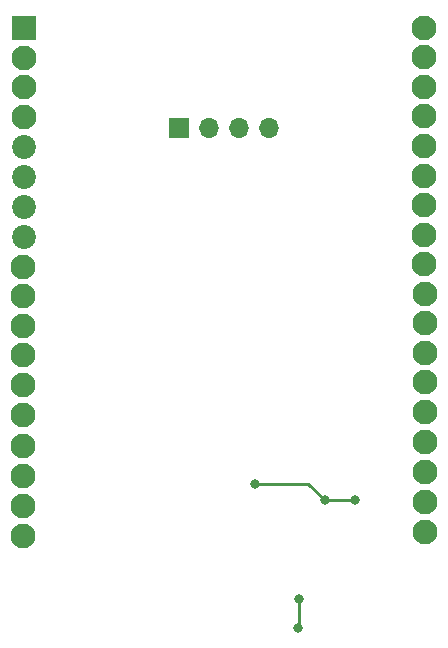
<source format=gbr>
%TF.GenerationSoftware,KiCad,Pcbnew,(6.0.1)*%
%TF.CreationDate,2022-04-28T08:04:20-05:00*%
%TF.ProjectId,AddOnBoard,4164644f-6e42-46f6-9172-642e6b696361,rev?*%
%TF.SameCoordinates,Original*%
%TF.FileFunction,Copper,L2,Bot*%
%TF.FilePolarity,Positive*%
%FSLAX46Y46*%
G04 Gerber Fmt 4.6, Leading zero omitted, Abs format (unit mm)*
G04 Created by KiCad (PCBNEW (6.0.1)) date 2022-04-28 08:04:20*
%MOMM*%
%LPD*%
G01*
G04 APERTURE LIST*
%TA.AperFunction,ComponentPad*%
%ADD10R,1.700000X1.700000*%
%TD*%
%TA.AperFunction,ComponentPad*%
%ADD11O,1.700000X1.700000*%
%TD*%
%TA.AperFunction,ComponentPad*%
%ADD12R,2.100000X2.100000*%
%TD*%
%TA.AperFunction,ComponentPad*%
%ADD13C,2.100000*%
%TD*%
%TA.AperFunction,ComponentPad*%
%ADD14C,2.020000*%
%TD*%
%TA.AperFunction,ViaPad*%
%ADD15C,0.800000*%
%TD*%
%TA.AperFunction,Conductor*%
%ADD16C,0.250000*%
%TD*%
G04 APERTURE END LIST*
D10*
%TO.P,J3,1,Pin_1*%
%TO.N,GND*%
X108204000Y-80518000D03*
D11*
%TO.P,J3,2,Pin_2*%
%TO.N,VCC*%
X110744000Y-80518000D03*
%TO.P,J3,3,Pin_3*%
%TO.N,IO05*%
X113284000Y-80518000D03*
%TO.P,J3,4,Pin_4*%
%TO.N,IO04*%
X115824000Y-80518000D03*
%TD*%
D12*
%TO.P,J1,1,Pin_1*%
%TO.N,VBUS*%
X95046800Y-71985200D03*
D13*
%TO.P,J1,2,Pin_2*%
%TO.N,GND*%
X95046800Y-74525200D03*
%TD*%
%TO.P,J4,1,Pin_1*%
%TO.N,VCC*%
X128955800Y-72002000D03*
%TO.P,J4,2,Pin_2*%
%TO.N,IO01*%
X128955800Y-74502000D03*
%TO.P,J4,3,Pin_3*%
%TO.N,IO02*%
X128955800Y-77002000D03*
%TO.P,J4,4,Pin_4*%
%TO.N,IO03*%
X128955800Y-79502000D03*
%TD*%
%TO.P,J5,1,Pin_1*%
%TO.N,IO04*%
X128981200Y-82016600D03*
%TO.P,J5,2,Pin_2*%
%TO.N,IO05*%
X128981200Y-84516600D03*
%TO.P,J5,3,Pin_3*%
%TO.N,IO06*%
X128981200Y-87016600D03*
%TO.P,J5,4,Pin_4*%
%TO.N,IO07*%
X128981200Y-89516600D03*
%TO.P,J5,5,Pin_5*%
%TO.N,IO08*%
X128981200Y-92016600D03*
%TD*%
%TO.P,J6,1,Pin_1*%
%TO.N,IO09*%
X129006600Y-94513400D03*
%TO.P,J6,2,Pin_2*%
%TO.N,IO10*%
X129006600Y-97013400D03*
%TO.P,J6,3,Pin_3*%
%TO.N,IO11*%
X129006600Y-99513400D03*
%TO.P,J6,4,Pin_4*%
%TO.N,IO12*%
X129006600Y-102013400D03*
%TO.P,J6,5,Pin_5*%
%TO.N,IO13*%
X129006600Y-104513400D03*
%TD*%
%TO.P,J7,1,Pin_1*%
%TO.N,IO46*%
X95050000Y-77050000D03*
%TO.P,J7,2,Pin_2*%
%TO.N,IO45*%
X95050000Y-79550000D03*
%TD*%
%TO.P,J8,1,Pin_1*%
%TO.N,IO38*%
X95000000Y-92225000D03*
%TO.P,J8,2,Pin_2*%
%TO.N,IO37*%
X95000000Y-94725000D03*
%TO.P,J8,3,Pin_3*%
%TO.N,IO36*%
X95000000Y-97225000D03*
%TD*%
%TO.P,J9,1,Pin_1*%
%TO.N,IO35*%
X95000000Y-99750000D03*
%TO.P,J9,2,Pin_2*%
%TO.N,IO34*%
X95000000Y-102250000D03*
%TO.P,J9,3,Pin_3*%
%TO.N,IO33*%
X95000000Y-104750000D03*
%TD*%
%TO.P,J12,1,Pin_1*%
%TO.N,IO26*%
X95021400Y-107416600D03*
%TO.P,J12,2,Pin_2*%
%TO.N,IO21*%
X95021400Y-109956600D03*
%TO.P,J12,3,Pin_3*%
%TO.N,USB_D+*%
X95021400Y-112496600D03*
%TO.P,J12,4,Pin_4*%
%TO.N,USB_D-*%
X95021400Y-115036600D03*
%TD*%
%TO.P,J10,1,Pin_1*%
%TO.N,IO14*%
X129006600Y-107071000D03*
%TO.P,J10,2,Pin_2*%
%TO.N,IO15*%
X129006600Y-109611000D03*
%TO.P,J10,3,Pin_3*%
%TO.N,IO16*%
X129006600Y-112151000D03*
%TO.P,J10,4,Pin_4*%
%TO.N,IO17*%
X129006600Y-114691000D03*
%TD*%
D14*
%TO.P,J2,1,Pin_1*%
%TO.N,IO42*%
X95050000Y-82075000D03*
%TO.P,J2,2,Pin_2*%
%TO.N,IO41*%
X95050000Y-84615000D03*
%TO.P,J2,3,Pin_3*%
%TO.N,IO40*%
X95050000Y-87155000D03*
%TO.P,J2,4,Pin_4*%
%TO.N,IO39*%
X95050000Y-89695000D03*
%TD*%
D15*
%TO.N,GND*%
X114630200Y-110591600D03*
X120548400Y-112014000D03*
X123088400Y-112014000D03*
X118313200Y-122809000D03*
X118389400Y-120370600D03*
%TD*%
D16*
%TO.N,GND*%
X119126000Y-110591600D02*
X120548400Y-112014000D01*
X114630200Y-110591600D02*
X119126000Y-110591600D01*
X120548400Y-112014000D02*
X123088400Y-112014000D01*
X118389400Y-122732800D02*
X118313200Y-122809000D01*
X118389400Y-120370600D02*
X118389400Y-122732800D01*
%TO.N,IO13*%
X128821200Y-104513400D02*
X129006600Y-104513400D01*
%TO.N,IO01*%
X128523000Y-74502000D02*
X128955800Y-74502000D01*
%TO.N,IO02*%
X128098000Y-77002000D02*
X128955800Y-77002000D01*
%TO.N,IO03*%
X128098000Y-79502000D02*
X128955800Y-79502000D01*
%TO.N,IO04*%
X128108400Y-82016600D02*
X128981200Y-82016600D01*
%TO.N,IO05*%
X128158400Y-84516600D02*
X128981200Y-84516600D01*
%TO.N,IO38*%
X95050000Y-92175000D02*
X95000000Y-92225000D01*
%TO.N,IO33*%
X95000000Y-104525000D02*
X95000000Y-104750000D01*
%TO.N,IO08*%
X128822800Y-92175000D02*
X128981200Y-92016600D01*
%TD*%
M02*

</source>
